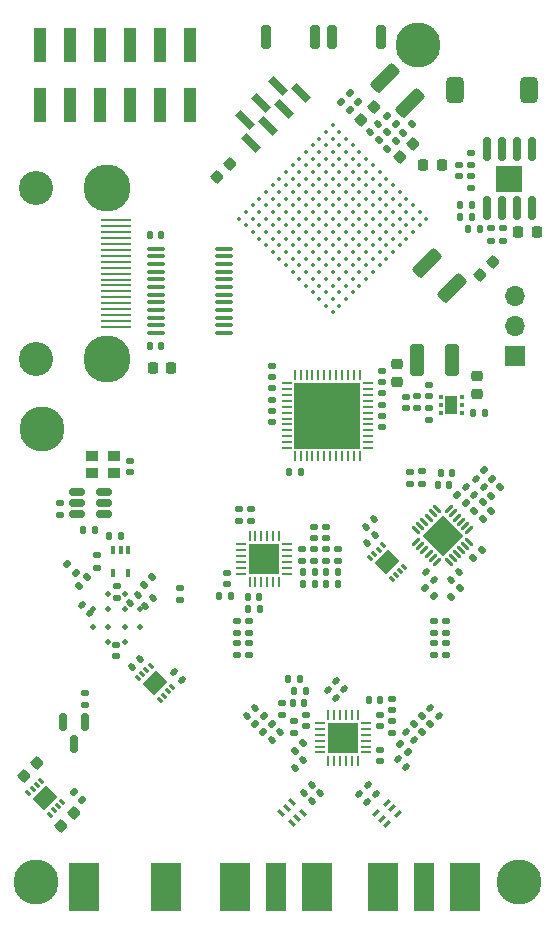
<source format=gbr>
%TF.GenerationSoftware,KiCad,Pcbnew,(6.0.4)*%
%TF.CreationDate,2023-05-16T14:10:18+09:00*%
%TF.ProjectId,RFB,5246422e-6b69-4636-9164-5f7063625858,rev?*%
%TF.SameCoordinates,Original*%
%TF.FileFunction,Soldermask,Top*%
%TF.FilePolarity,Negative*%
%FSLAX46Y46*%
G04 Gerber Fmt 4.6, Leading zero omitted, Abs format (unit mm)*
G04 Created by KiCad (PCBNEW (6.0.4)) date 2023-05-16 14:10:18*
%MOMM*%
%LPD*%
G01*
G04 APERTURE LIST*
G04 Aperture macros list*
%AMRoundRect*
0 Rectangle with rounded corners*
0 $1 Rounding radius*
0 $2 $3 $4 $5 $6 $7 $8 $9 X,Y pos of 4 corners*
0 Add a 4 corners polygon primitive as box body*
4,1,4,$2,$3,$4,$5,$6,$7,$8,$9,$2,$3,0*
0 Add four circle primitives for the rounded corners*
1,1,$1+$1,$2,$3*
1,1,$1+$1,$4,$5*
1,1,$1+$1,$6,$7*
1,1,$1+$1,$8,$9*
0 Add four rect primitives between the rounded corners*
20,1,$1+$1,$2,$3,$4,$5,0*
20,1,$1+$1,$4,$5,$6,$7,0*
20,1,$1+$1,$6,$7,$8,$9,0*
20,1,$1+$1,$8,$9,$2,$3,0*%
%AMRotRect*
0 Rectangle, with rotation*
0 The origin of the aperture is its center*
0 $1 length*
0 $2 width*
0 $3 Rotation angle, in degrees counterclockwise*
0 Add horizontal line*
21,1,$1,$2,0,0,$3*%
G04 Aperture macros list end*
%ADD10RoundRect,0.093750X-0.093750X-0.106250X0.093750X-0.106250X0.093750X0.106250X-0.093750X0.106250X0*%
%ADD11R,1.000000X1.600000*%
%ADD12RoundRect,0.140000X-0.170000X0.140000X-0.170000X-0.140000X0.170000X-0.140000X0.170000X0.140000X0*%
%ADD13RoundRect,0.135000X-0.135000X-0.185000X0.135000X-0.185000X0.135000X0.185000X-0.135000X0.185000X0*%
%ADD14RoundRect,0.135000X-0.226274X-0.035355X-0.035355X-0.226274X0.226274X0.035355X0.035355X0.226274X0*%
%ADD15R,1.780000X4.190000*%
%ADD16R,2.665000X4.190000*%
%ADD17RoundRect,0.135000X0.185000X-0.135000X0.185000X0.135000X-0.185000X0.135000X-0.185000X-0.135000X0*%
%ADD18R,1.000000X3.000000*%
%ADD19C,0.355600*%
%ADD20C,3.800000*%
%ADD21C,2.600000*%
%ADD22R,1.700000X1.700000*%
%ADD23O,1.700000X1.700000*%
%ADD24RotRect,0.350000X0.700000X45.000000*%
%ADD25R,1.050000X0.950000*%
%ADD26RoundRect,0.135000X0.135000X0.185000X-0.135000X0.185000X-0.135000X-0.185000X0.135000X-0.185000X0*%
%ADD27RoundRect,0.140000X0.021213X-0.219203X0.219203X-0.021213X-0.021213X0.219203X-0.219203X0.021213X0*%
%ADD28RoundRect,0.140000X-0.021213X0.219203X-0.219203X0.021213X0.021213X-0.219203X0.219203X-0.021213X0*%
%ADD29RoundRect,0.135000X0.226274X0.035355X0.035355X0.226274X-0.226274X-0.035355X-0.035355X-0.226274X0*%
%ADD30RoundRect,0.140000X0.140000X0.170000X-0.140000X0.170000X-0.140000X-0.170000X0.140000X-0.170000X0*%
%ADD31RoundRect,0.100000X0.637500X0.100000X-0.637500X0.100000X-0.637500X-0.100000X0.637500X-0.100000X0*%
%ADD32RoundRect,0.087500X0.185616X-0.061872X-0.061872X0.185616X-0.185616X0.061872X0.061872X-0.185616X0*%
%ADD33RotRect,1.400000X1.600000X135.000000*%
%ADD34RoundRect,0.135000X-0.035355X0.226274X-0.226274X0.035355X0.035355X-0.226274X0.226274X-0.035355X0*%
%ADD35RoundRect,0.225000X0.017678X-0.335876X0.335876X-0.017678X-0.017678X0.335876X-0.335876X0.017678X0*%
%ADD36RoundRect,0.150000X-0.512500X-0.150000X0.512500X-0.150000X0.512500X0.150000X-0.512500X0.150000X0*%
%ADD37RoundRect,0.140000X0.170000X-0.140000X0.170000X0.140000X-0.170000X0.140000X-0.170000X-0.140000X0*%
%ADD38RoundRect,0.087500X-0.185616X0.061872X0.061872X-0.185616X0.185616X-0.061872X-0.061872X0.185616X0*%
%ADD39RotRect,1.400000X1.600000X315.000000*%
%ADD40RoundRect,0.200000X-0.200000X-0.800000X0.200000X-0.800000X0.200000X0.800000X-0.200000X0.800000X0*%
%ADD41RoundRect,0.140000X-0.140000X-0.170000X0.140000X-0.170000X0.140000X0.170000X-0.140000X0.170000X0*%
%ADD42RoundRect,0.062500X0.062500X-0.375000X0.062500X0.375000X-0.062500X0.375000X-0.062500X-0.375000X0*%
%ADD43RoundRect,0.062500X0.375000X-0.062500X0.375000X0.062500X-0.375000X0.062500X-0.375000X-0.062500X0*%
%ADD44R,2.500000X2.500000*%
%ADD45RoundRect,0.147500X0.017678X-0.226274X0.226274X-0.017678X-0.017678X0.226274X-0.226274X0.017678X0*%
%ADD46RoundRect,0.140000X-0.219203X-0.021213X-0.021213X-0.219203X0.219203X0.021213X0.021213X0.219203X0*%
%ADD47RoundRect,0.062500X0.309359X-0.220971X-0.220971X0.309359X-0.309359X0.220971X0.220971X-0.309359X0*%
%ADD48RoundRect,0.062500X0.309359X0.220971X0.220971X0.309359X-0.309359X-0.220971X-0.220971X-0.309359X0*%
%ADD49RotRect,2.500000X2.500000X135.000000*%
%ADD50RoundRect,0.147500X0.226274X0.017678X0.017678X0.226274X-0.226274X-0.017678X-0.017678X-0.226274X0*%
%ADD51R,2.600000X0.280000*%
%ADD52C,2.880000*%
%ADD53C,3.990000*%
%ADD54RoundRect,0.225000X0.225000X0.250000X-0.225000X0.250000X-0.225000X-0.250000X0.225000X-0.250000X0*%
%ADD55RoundRect,0.135000X0.035355X-0.226274X0.226274X-0.035355X-0.035355X0.226274X-0.226274X0.035355X0*%
%ADD56RoundRect,0.135000X-0.185000X0.135000X-0.185000X-0.135000X0.185000X-0.135000X0.185000X0.135000X0*%
%ADD57RoundRect,0.250000X-0.325000X-1.100000X0.325000X-1.100000X0.325000X1.100000X-0.325000X1.100000X0*%
%ADD58RoundRect,0.140000X0.219203X0.021213X0.021213X0.219203X-0.219203X-0.021213X-0.021213X-0.219203X0*%
%ADD59RotRect,0.350000X0.700000X135.000000*%
%ADD60RoundRect,0.250000X-1.007627X-0.548008X-0.548008X-1.007627X1.007627X0.548008X0.548008X1.007627X0*%
%ADD61RoundRect,0.225000X0.250000X-0.225000X0.250000X0.225000X-0.250000X0.225000X-0.250000X-0.225000X0*%
%ADD62RoundRect,0.062500X0.375000X0.062500X-0.375000X0.062500X-0.375000X-0.062500X0.375000X-0.062500X0*%
%ADD63RoundRect,0.062500X0.062500X0.375000X-0.062500X0.375000X-0.062500X-0.375000X0.062500X-0.375000X0*%
%ADD64RoundRect,0.375000X-0.375000X-0.725000X0.375000X-0.725000X0.375000X0.725000X-0.375000X0.725000X0*%
%ADD65RotRect,1.750000X0.600000X135.000000*%
%ADD66RoundRect,0.200000X0.200000X0.800000X-0.200000X0.800000X-0.200000X-0.800000X0.200000X-0.800000X0*%
%ADD67RoundRect,0.150000X-0.150000X0.587500X-0.150000X-0.587500X0.150000X-0.587500X0.150000X0.587500X0*%
%ADD68RoundRect,0.225000X-0.225000X-0.250000X0.225000X-0.250000X0.225000X0.250000X-0.225000X0.250000X0*%
%ADD69R,0.400000X0.650000*%
%ADD70RoundRect,0.062500X-0.375000X-0.062500X0.375000X-0.062500X0.375000X0.062500X-0.375000X0.062500X0*%
%ADD71RoundRect,0.062500X-0.062500X-0.375000X0.062500X-0.375000X0.062500X0.375000X-0.062500X0.375000X0*%
%ADD72R,5.600000X5.600000*%
%ADD73RoundRect,0.225000X-0.017678X0.335876X-0.335876X0.017678X0.017678X-0.335876X0.335876X-0.017678X0*%
%ADD74RoundRect,0.150000X-0.150000X0.825000X-0.150000X-0.825000X0.150000X-0.825000X0.150000X0.825000X0*%
%ADD75R,2.300000X2.300000*%
%ADD76C,0.500000*%
G04 APERTURE END LIST*
D10*
%TO.C,IC9*%
X70208600Y-62534800D03*
X70208600Y-63184800D03*
X70208600Y-63834800D03*
X71983600Y-63834800D03*
X71983600Y-63184800D03*
X71983600Y-62534800D03*
D11*
X71096100Y-63184800D03*
%TD*%
D12*
%TO.C,C12*%
X69215000Y-62456000D03*
X69215000Y-61496000D03*
%TD*%
D13*
%TO.C,R57*%
X58394600Y-68884800D03*
X57374600Y-68884800D03*
%TD*%
D14*
%TO.C,R62*%
X38547152Y-76647152D03*
X39268400Y-77368400D03*
%TD*%
D15*
%TO.C,J1*%
X68757800Y-103962200D03*
D16*
X65265300Y-103962200D03*
X72250300Y-103962200D03*
%TD*%
D17*
%TO.C,R55*%
X48133000Y-79656400D03*
X48133000Y-78636400D03*
%TD*%
D18*
%TO.C,J7*%
X48996600Y-37775200D03*
X48996600Y-32735200D03*
X46456600Y-37775200D03*
X46456600Y-32735200D03*
X43916600Y-37775200D03*
X43916600Y-32735200D03*
X41376600Y-37775200D03*
X41376600Y-32735200D03*
X38836600Y-37775200D03*
X38836600Y-32735200D03*
X36296600Y-37775200D03*
X36296600Y-32735200D03*
%TD*%
D19*
%TO.C,U11*%
X61044611Y-39484310D03*
X61610296Y-40049996D03*
X62175981Y-40615681D03*
X62741667Y-41181366D03*
X63307352Y-41747051D03*
X63873037Y-42312737D03*
X64438723Y-42878422D03*
X65004408Y-43444108D03*
X65570094Y-44009793D03*
X66135779Y-44575479D03*
X66701465Y-45141164D03*
X67267150Y-45706849D03*
X67832835Y-46272535D03*
X68398520Y-46838220D03*
X68964206Y-47403905D03*
X60478926Y-40049996D03*
X61044611Y-40615681D03*
X61610296Y-41181366D03*
X62175981Y-41747051D03*
X62741667Y-42312737D03*
X63307352Y-42878422D03*
X63873037Y-43444108D03*
X64438723Y-44009793D03*
X65004408Y-44575479D03*
X65570094Y-45141164D03*
X66135779Y-45706849D03*
X66701465Y-46272535D03*
X67267150Y-46838220D03*
X67832835Y-47403905D03*
X68398520Y-47969590D03*
X59913241Y-40615681D03*
X60478926Y-41181366D03*
X61044611Y-41747051D03*
X61610296Y-42312736D03*
X62175982Y-42878422D03*
X62741667Y-43444107D03*
X63307353Y-44009792D03*
X63873038Y-44575478D03*
X64438724Y-45141163D03*
X65004409Y-45706849D03*
X65570094Y-46272534D03*
X66135780Y-46838220D03*
X66701465Y-47403905D03*
X67267150Y-47969590D03*
X67832835Y-48535275D03*
X59347555Y-41181366D03*
X59913241Y-41747051D03*
X60478926Y-42312736D03*
X61044611Y-42878422D03*
X61610296Y-43444107D03*
X62175982Y-44009792D03*
X62741667Y-44575478D03*
X63307353Y-45141163D03*
X63873038Y-45706849D03*
X64438724Y-46272534D03*
X65004409Y-46838220D03*
X65570094Y-47403905D03*
X66135780Y-47969590D03*
X66701465Y-48535275D03*
X67267150Y-49100961D03*
X58781870Y-41747051D03*
X59347555Y-42312737D03*
X59913240Y-42878422D03*
X60478926Y-43444107D03*
X61044611Y-44009792D03*
X61610296Y-44575478D03*
X62175982Y-45141163D03*
X62741667Y-45706849D03*
X63307353Y-46272534D03*
X63873038Y-46838220D03*
X64438724Y-47403905D03*
X65004409Y-47969590D03*
X65570094Y-48535276D03*
X66135779Y-49100961D03*
X66701465Y-49666646D03*
X58216185Y-42312737D03*
X58781870Y-42878422D03*
X59347555Y-43444107D03*
X59913240Y-44009792D03*
X60478926Y-44575478D03*
X61044611Y-45141163D03*
X61610296Y-45706849D03*
X62175982Y-46272534D03*
X62741667Y-46838220D03*
X63307353Y-47403905D03*
X63873038Y-47969590D03*
X64438724Y-48535276D03*
X65004409Y-49100961D03*
X65570094Y-49666646D03*
X66135779Y-50232331D03*
X57650499Y-42878422D03*
X58216185Y-43444108D03*
X58781869Y-44009792D03*
X59347555Y-44575478D03*
X59913240Y-45141163D03*
X60478926Y-45706849D03*
X61044611Y-46272534D03*
X61610296Y-46838220D03*
X62175982Y-47403905D03*
X62741667Y-47969590D03*
X63307353Y-48535276D03*
X63873038Y-49100961D03*
X64438724Y-49666647D03*
X65004408Y-50232331D03*
X65570094Y-50798017D03*
X57084814Y-43444108D03*
X57650499Y-44009793D03*
X58216184Y-44575478D03*
X58781869Y-45141163D03*
X59347555Y-45706849D03*
X59913240Y-46272534D03*
X60478926Y-46838220D03*
X61044611Y-47403905D03*
X61610296Y-47969590D03*
X62175982Y-48535276D03*
X62741667Y-49100961D03*
X63307353Y-49666647D03*
X63873038Y-50232332D03*
X64438723Y-50798017D03*
X65004408Y-51363702D03*
X56519128Y-44009793D03*
X57084814Y-44575479D03*
X57650498Y-45141163D03*
X58216184Y-45706849D03*
X58781869Y-46272534D03*
X59347555Y-46838220D03*
X59913240Y-47403905D03*
X60478926Y-47969590D03*
X61044611Y-48535276D03*
X61610296Y-49100961D03*
X62175982Y-49666647D03*
X62741667Y-50232332D03*
X63307353Y-50798018D03*
X63873037Y-51363702D03*
X64438723Y-51929388D03*
X55953443Y-44575479D03*
X56519128Y-45141164D03*
X57084813Y-45706849D03*
X57650498Y-46272534D03*
X58216184Y-46838220D03*
X58781869Y-47403905D03*
X59347555Y-47969590D03*
X59913240Y-48535276D03*
X60478926Y-49100961D03*
X61044611Y-49666647D03*
X61610296Y-50232332D03*
X62175982Y-50798018D03*
X62741667Y-51363703D03*
X63307352Y-51929388D03*
X63873037Y-52495073D03*
X55387757Y-45141164D03*
X55953443Y-45706849D03*
X56519128Y-46272534D03*
X57084813Y-46838220D03*
X57650498Y-47403905D03*
X58216184Y-47969590D03*
X58781869Y-48535276D03*
X59347555Y-49100961D03*
X59913240Y-49666647D03*
X60478926Y-50232332D03*
X61044611Y-50798018D03*
X61610296Y-51363703D03*
X62175982Y-51929388D03*
X62741667Y-52495073D03*
X63307352Y-53060759D03*
X54822072Y-45706849D03*
X55387757Y-46272535D03*
X55953442Y-46838220D03*
X56519128Y-47403905D03*
X57084813Y-47969590D03*
X57650498Y-48535276D03*
X58216184Y-49100961D03*
X58781869Y-49666647D03*
X59347555Y-50232332D03*
X59913240Y-50798018D03*
X60478926Y-51363703D03*
X61044611Y-51929388D03*
X61610296Y-52495074D03*
X62175981Y-53060759D03*
X62741667Y-53626444D03*
X54256387Y-46272535D03*
X54822072Y-46838220D03*
X55387757Y-47403905D03*
X55953442Y-47969590D03*
X56519128Y-48535276D03*
X57084813Y-49100961D03*
X57650498Y-49666647D03*
X58216184Y-50232332D03*
X58781869Y-50798018D03*
X59347555Y-51363703D03*
X59913240Y-51929388D03*
X60478926Y-52495074D03*
X61044611Y-53060759D03*
X61610296Y-53626444D03*
X62175981Y-54192129D03*
X53690702Y-46838220D03*
X54256387Y-47403905D03*
X54822072Y-47969590D03*
X55387757Y-48535275D03*
X55953443Y-49100961D03*
X56519128Y-49666646D03*
X57084814Y-50232331D03*
X57650499Y-50798017D03*
X58216185Y-51363702D03*
X58781870Y-51929388D03*
X59347555Y-52495073D03*
X59913241Y-53060759D03*
X60478926Y-53626444D03*
X61044611Y-54192129D03*
X61610296Y-54757814D03*
X53125016Y-47403905D03*
X53690702Y-47969590D03*
X54256387Y-48535275D03*
X54822072Y-49100961D03*
X55387757Y-49666646D03*
X55953443Y-50232331D03*
X56519128Y-50798017D03*
X57084814Y-51363702D03*
X57650499Y-51929388D03*
X58216185Y-52495073D03*
X58781870Y-53060759D03*
X59347555Y-53626444D03*
X59913241Y-54192129D03*
X60478926Y-54757814D03*
X61044611Y-55323500D03*
%TD*%
D20*
%TO.C,H4*%
X68224400Y-32689800D03*
D21*
X68224400Y-32689800D03*
%TD*%
D17*
%TO.C,R7*%
X75488800Y-49252600D03*
X75488800Y-48232600D03*
%TD*%
D22*
%TO.C,J6*%
X76504800Y-59029600D03*
D23*
X76504800Y-56489600D03*
X76504800Y-53949600D03*
%TD*%
D24*
%TO.C,FL3*%
X57576961Y-98607639D03*
X58036581Y-98148020D03*
X58496200Y-97688400D03*
X57612317Y-96804517D03*
X57152697Y-97264136D03*
X56693078Y-97723756D03*
%TD*%
D25*
%TO.C,U1*%
X42504800Y-67524800D03*
X40654800Y-67524800D03*
X40654800Y-68974800D03*
X42504800Y-68974800D03*
%TD*%
D26*
%TO.C,R9*%
X43129200Y-74269600D03*
X42109200Y-74269600D03*
%TD*%
D27*
%TO.C,C74*%
X57868178Y-93896822D03*
X58547000Y-93218000D03*
%TD*%
D28*
%TO.C,C31*%
X44577000Y-79298800D03*
X43898178Y-79977622D03*
%TD*%
D17*
%TO.C,R31*%
X69592000Y-82448400D03*
X69592000Y-81428400D03*
%TD*%
D13*
%TO.C,R21*%
X58511800Y-78329600D03*
X59531800Y-78329600D03*
%TD*%
D21*
%TO.C,H1*%
X76784200Y-103555800D03*
D20*
X76784200Y-103555800D03*
%TD*%
D29*
%TO.C,R2*%
X62463624Y-38232024D03*
X61742376Y-37510776D03*
%TD*%
D12*
%TO.C,C55*%
X60497000Y-73503600D03*
X60497000Y-74463600D03*
%TD*%
D29*
%TO.C,R46*%
X39827200Y-96647000D03*
X39105952Y-95925752D03*
%TD*%
D30*
%TO.C,C65*%
X65049400Y-88188800D03*
X64089400Y-88188800D03*
%TD*%
D12*
%TO.C,C53*%
X52095400Y-77399000D03*
X52095400Y-78359000D03*
%TD*%
D27*
%TO.C,C153*%
X64227389Y-40065011D03*
X64906211Y-39386189D03*
%TD*%
D31*
%TO.C,IC7*%
X51833800Y-57091200D03*
X51833800Y-56441200D03*
X51833800Y-55791200D03*
X51833800Y-55141200D03*
X51833800Y-54491200D03*
X51833800Y-53841200D03*
X51833800Y-53191200D03*
X51833800Y-52541200D03*
X51833800Y-51891200D03*
X51833800Y-51241200D03*
X51833800Y-50591200D03*
X51833800Y-49941200D03*
X46108800Y-49941200D03*
X46108800Y-50591200D03*
X46108800Y-51241200D03*
X46108800Y-51891200D03*
X46108800Y-52541200D03*
X46108800Y-53191200D03*
X46108800Y-53841200D03*
X46108800Y-54491200D03*
X46108800Y-55141200D03*
X46108800Y-55791200D03*
X46108800Y-56441200D03*
X46108800Y-57091200D03*
%TD*%
D32*
%TO.C,U10*%
X37093025Y-97862200D03*
X37446578Y-97508647D03*
X37800132Y-97155093D03*
X38153685Y-96801540D03*
X36332885Y-94980740D03*
X35979332Y-95334293D03*
X35625778Y-95687847D03*
X35272225Y-96041400D03*
D33*
X36712955Y-96421470D03*
%TD*%
D34*
%TO.C,R6*%
X45745400Y-77698600D03*
X45024152Y-78419848D03*
%TD*%
D35*
%TO.C,C89*%
X38024072Y-98810218D03*
X39120088Y-97714202D03*
%TD*%
D12*
%TO.C,C35*%
X55902900Y-59857800D03*
X55902900Y-60817800D03*
%TD*%
%TO.C,C36*%
X55902900Y-61762800D03*
X55902900Y-62722800D03*
%TD*%
D36*
%TO.C,IC1*%
X39393700Y-70540998D03*
X39393700Y-71490998D03*
X39393700Y-72440998D03*
X41668700Y-72440998D03*
X41668700Y-71490998D03*
X41668700Y-70540998D03*
%TD*%
D28*
%TO.C,C61*%
X59272701Y-95348055D03*
X58593879Y-96026877D03*
%TD*%
D12*
%TO.C,C72*%
X56718200Y-88422600D03*
X56718200Y-89382600D03*
%TD*%
D30*
%TO.C,C101*%
X73479600Y-48260000D03*
X72519600Y-48260000D03*
%TD*%
D17*
%TO.C,R71*%
X69215000Y-64414400D03*
X69215000Y-63394400D03*
%TD*%
D37*
%TO.C,C79*%
X69592000Y-84322800D03*
X69592000Y-83362800D03*
%TD*%
D17*
%TO.C,R13*%
X53924200Y-82452400D03*
X53924200Y-81432400D03*
%TD*%
D12*
%TO.C,C15*%
X42697400Y-83489800D03*
X42697400Y-84449800D03*
%TD*%
D35*
%TO.C,C151*%
X63434592Y-39029008D03*
X64530608Y-37932992D03*
%TD*%
D38*
%TO.C,U22*%
X45619330Y-85249470D03*
X45265777Y-85603023D03*
X44912223Y-85956577D03*
X44558670Y-86310130D03*
X46379470Y-88130930D03*
X46733023Y-87777377D03*
X47086577Y-87423823D03*
X47440130Y-87070270D03*
D39*
X45999400Y-86690200D03*
%TD*%
D17*
%TO.C,R17*%
X58465000Y-76348400D03*
X58465000Y-75328400D03*
%TD*%
D40*
%TO.C,SW2*%
X55380200Y-32029400D03*
X59580200Y-32029400D03*
%TD*%
D13*
%TO.C,R15*%
X53873400Y-80467200D03*
X54893400Y-80467200D03*
%TD*%
D26*
%TO.C,R25*%
X58295000Y-86410800D03*
X57275000Y-86410800D03*
%TD*%
D41*
%TO.C,C82*%
X69926200Y-69926200D03*
X70886200Y-69926200D03*
%TD*%
D42*
%TO.C,U7*%
X53999000Y-78133500D03*
X54499000Y-78133500D03*
X54999000Y-78133500D03*
X55499000Y-78133500D03*
X55999000Y-78133500D03*
X56499000Y-78133500D03*
D43*
X57186500Y-77446000D03*
X57186500Y-76946000D03*
X57186500Y-76446000D03*
X57186500Y-75946000D03*
X57186500Y-75446000D03*
X57186500Y-74946000D03*
D42*
X56499000Y-74258500D03*
X55999000Y-74258500D03*
X55499000Y-74258500D03*
X54999000Y-74258500D03*
X54499000Y-74258500D03*
X53999000Y-74258500D03*
D43*
X53311500Y-74946000D03*
X53311500Y-75446000D03*
X53311500Y-75946000D03*
X53311500Y-76446000D03*
X53311500Y-76946000D03*
X53311500Y-77446000D03*
D44*
X55249000Y-76196000D03*
%TD*%
D37*
%TO.C,C44*%
X65250100Y-65059500D03*
X65250100Y-64099500D03*
%TD*%
D28*
%TO.C,C143*%
X44697022Y-84690578D03*
X44018200Y-85369400D03*
%TD*%
D37*
%TO.C,C51*%
X52908200Y-84322800D03*
X52908200Y-83362800D03*
%TD*%
D12*
%TO.C,C57*%
X59481000Y-75383200D03*
X59481000Y-76343200D03*
%TD*%
D13*
%TO.C,R20*%
X60442200Y-77313600D03*
X61462200Y-77313600D03*
%TD*%
D45*
%TO.C,L7*%
X67912764Y-90162638D03*
X68598658Y-89476744D03*
%TD*%
D12*
%TO.C,C45*%
X65250100Y-60289500D03*
X65250100Y-61249500D03*
%TD*%
D38*
%TO.C,U20*%
X65278930Y-75064070D03*
X64925377Y-75417623D03*
X64571823Y-75771177D03*
X64218270Y-76124730D03*
X66039070Y-77945530D03*
X66392623Y-77591977D03*
X66746177Y-77238423D03*
X67099730Y-76884870D03*
D39*
X65659000Y-76504800D03*
%TD*%
D46*
%TO.C,C86*%
X73134992Y-69466432D03*
X73813814Y-70145254D03*
%TD*%
D37*
%TO.C,C87*%
X43840400Y-68854200D03*
X43840400Y-67894200D03*
%TD*%
D17*
%TO.C,R70*%
X68199000Y-63453200D03*
X68199000Y-62433200D03*
%TD*%
D26*
%TO.C,R65*%
X72798400Y-47244000D03*
X71778400Y-47244000D03*
%TD*%
D46*
%TO.C,C81*%
X68926389Y-77282989D03*
X69605211Y-77961811D03*
%TD*%
D41*
%TO.C,C95*%
X45544800Y-58216800D03*
X46504800Y-58216800D03*
%TD*%
D30*
%TO.C,C100*%
X46507400Y-48793400D03*
X45547400Y-48793400D03*
%TD*%
D47*
%TO.C,U9*%
X70844136Y-76503220D03*
X71197689Y-76149666D03*
X71551243Y-75796113D03*
X71904796Y-75442560D03*
X72258349Y-75089006D03*
X72611903Y-74735453D03*
D48*
X72611903Y-73763181D03*
X72258349Y-73409628D03*
X71904796Y-73056074D03*
X71551243Y-72702521D03*
X71197689Y-72348968D03*
X70844136Y-71995414D03*
D47*
X69871864Y-71995414D03*
X69518311Y-72348968D03*
X69164757Y-72702521D03*
X68811204Y-73056074D03*
X68457651Y-73409628D03*
X68104097Y-73763181D03*
D48*
X68104097Y-74735453D03*
X68457651Y-75089006D03*
X68811204Y-75442560D03*
X69164757Y-75796113D03*
X69518311Y-76149666D03*
X69871864Y-76503220D03*
D49*
X70358000Y-74249317D03*
%TD*%
D28*
%TO.C,C47*%
X56565800Y-90881200D03*
X55886978Y-91560022D03*
%TD*%
D46*
%TO.C,C85*%
X72313800Y-70078600D03*
X72992622Y-70757422D03*
%TD*%
D13*
%TO.C,R16*%
X51407600Y-79349600D03*
X52427600Y-79349600D03*
%TD*%
D37*
%TO.C,C1*%
X37947600Y-72463600D03*
X37947600Y-71503600D03*
%TD*%
D50*
%TO.C,L4*%
X55883301Y-90162781D03*
X55197407Y-89476887D03*
%TD*%
D41*
%TO.C,C52*%
X53873400Y-79451200D03*
X54833400Y-79451200D03*
%TD*%
D51*
%TO.C,J4*%
X42672000Y-56554000D03*
X42672000Y-56054000D03*
X42672000Y-55554000D03*
X42672000Y-55054000D03*
X42672000Y-54554000D03*
X42672000Y-54054000D03*
X42672000Y-53554000D03*
X42672000Y-53054000D03*
X42672000Y-52554000D03*
X42672000Y-52054000D03*
X42672000Y-51554000D03*
X42672000Y-51054000D03*
X42672000Y-50554000D03*
X42672000Y-50054000D03*
X42672000Y-49554000D03*
X42672000Y-49054000D03*
X42672000Y-48554000D03*
X42672000Y-48054000D03*
X42672000Y-47554000D03*
D52*
X35952000Y-44804000D03*
D53*
X41912000Y-44804000D03*
D52*
X35952000Y-59304000D03*
D53*
X41912000Y-59304000D03*
%TD*%
D12*
%TO.C,C58*%
X60497000Y-75388400D03*
X60497000Y-76348400D03*
%TD*%
D54*
%TO.C,C109*%
X70269400Y-42875200D03*
X68719400Y-42875200D03*
%TD*%
D55*
%TO.C,R39*%
X72948800Y-76149200D03*
X73670048Y-75427952D03*
%TD*%
D37*
%TO.C,C16*%
X42773600Y-79496800D03*
X42773600Y-78536800D03*
%TD*%
D56*
%TO.C,R42*%
X54160200Y-72001000D03*
X54160200Y-73021000D03*
%TD*%
D28*
%TO.C,C123*%
X64550611Y-72837989D03*
X63871789Y-73516811D03*
%TD*%
D57*
%TO.C,C91*%
X71123600Y-59385200D03*
X68173600Y-59385200D03*
%TD*%
D58*
%TO.C,C77*%
X69997456Y-89478017D03*
X69318634Y-88799195D03*
%TD*%
%TO.C,C129*%
X48294668Y-86435076D03*
X47615846Y-85756254D03*
%TD*%
D41*
%TO.C,C83*%
X70182800Y-68935600D03*
X71142800Y-68935600D03*
%TD*%
D12*
%TO.C,C66*%
X58748800Y-89417200D03*
X58748800Y-90377200D03*
%TD*%
D58*
%TO.C,C71*%
X67252222Y-93820622D03*
X66573400Y-93141800D03*
%TD*%
D59*
%TO.C,FL2*%
X66545303Y-97782278D03*
X66085684Y-97322658D03*
X65626064Y-96863039D03*
X64742181Y-97746922D03*
X65201800Y-98206542D03*
X65661420Y-98666161D03*
%TD*%
D60*
%TO.C,C147*%
X65505017Y-35533017D03*
X67590983Y-37618983D03*
%TD*%
D46*
%TO.C,C64*%
X60604157Y-87288599D03*
X61282979Y-87967421D03*
%TD*%
D54*
%TO.C,C33*%
X78295800Y-48539400D03*
X76745800Y-48539400D03*
%TD*%
D17*
%TO.C,R60*%
X74472800Y-49252600D03*
X74472800Y-48232600D03*
%TD*%
D56*
%TO.C,R28*%
X66040000Y-89939400D03*
X66040000Y-90959400D03*
%TD*%
D58*
%TO.C,C63*%
X62001400Y-87249000D03*
X61322578Y-86570178D03*
%TD*%
D17*
%TO.C,R30*%
X70608000Y-82452400D03*
X70608000Y-81432400D03*
%TD*%
D28*
%TO.C,C133*%
X64661422Y-74174978D03*
X63982600Y-74853800D03*
%TD*%
D61*
%TO.C,C120*%
X73228200Y-62280800D03*
X73228200Y-60730800D03*
%TD*%
D60*
%TO.C,C9*%
X69061017Y-51179417D03*
X71146983Y-53265383D03*
%TD*%
D55*
%TO.C,R38*%
X73731176Y-72852224D03*
X74452424Y-72130976D03*
%TD*%
D35*
%TO.C,C148*%
X66761992Y-42204008D03*
X67858008Y-41107992D03*
%TD*%
D58*
%TO.C,C60*%
X64678897Y-96070916D03*
X64000075Y-95392094D03*
%TD*%
D27*
%TO.C,C62*%
X59315978Y-96741622D03*
X59994800Y-96062800D03*
%TD*%
D62*
%TO.C,U8*%
X63835900Y-92592400D03*
X63835900Y-92092400D03*
X63835900Y-91592400D03*
X63835900Y-91092400D03*
X63835900Y-90592400D03*
X63835900Y-90092400D03*
D63*
X63148400Y-89404900D03*
X62648400Y-89404900D03*
X62148400Y-89404900D03*
X61648400Y-89404900D03*
X61148400Y-89404900D03*
X60648400Y-89404900D03*
D62*
X59960900Y-90092400D03*
X59960900Y-90592400D03*
X59960900Y-91092400D03*
X59960900Y-91592400D03*
X59960900Y-92092400D03*
X59960900Y-92592400D03*
D63*
X60648400Y-93279900D03*
X61148400Y-93279900D03*
X61648400Y-93279900D03*
X62148400Y-93279900D03*
X62648400Y-93279900D03*
X63148400Y-93279900D03*
D44*
X61898400Y-91342400D03*
%TD*%
D34*
%TO.C,R8*%
X40264024Y-77744376D03*
X39542776Y-78465624D03*
%TD*%
D56*
%TO.C,R40*%
X68605400Y-68804600D03*
X68605400Y-69824600D03*
%TD*%
D34*
%TO.C,R49*%
X67746824Y-39415776D03*
X67025576Y-40137024D03*
%TD*%
D50*
%TO.C,L5*%
X55164881Y-90881200D03*
X54478987Y-90195306D03*
%TD*%
D13*
%TO.C,R24*%
X57781000Y-87426800D03*
X58801000Y-87426800D03*
%TD*%
D17*
%TO.C,R43*%
X53144200Y-73021000D03*
X53144200Y-72001000D03*
%TD*%
D26*
%TO.C,R22*%
X61464200Y-78329600D03*
X60444200Y-78329600D03*
%TD*%
D17*
%TO.C,R14*%
X52908200Y-82450400D03*
X52908200Y-81430400D03*
%TD*%
D27*
%TO.C,C14*%
X45168178Y-80206222D03*
X45847000Y-79527400D03*
%TD*%
D45*
%TO.C,D2*%
X65671653Y-41490947D03*
X66357547Y-40805053D03*
%TD*%
D17*
%TO.C,R45*%
X40081200Y-88544401D03*
X40081200Y-87524401D03*
%TD*%
D35*
%TO.C,C106*%
X73482200Y-52146200D03*
X74578216Y-51050184D03*
%TD*%
D37*
%TO.C,C78*%
X70608000Y-84322800D03*
X70608000Y-83362800D03*
%TD*%
D29*
%TO.C,R35*%
X74533648Y-69428248D03*
X73812400Y-68707000D03*
%TD*%
D45*
%TO.C,L6*%
X68632881Y-90879362D03*
X69318775Y-90193468D03*
%TD*%
D58*
%TO.C,C18*%
X40462200Y-80822800D03*
X39783378Y-80143978D03*
%TD*%
D64*
%TO.C,L8*%
X71399000Y-36474400D03*
X77699000Y-36474400D03*
%TD*%
D65*
%TO.C,J5*%
X54123398Y-40967039D03*
X53593068Y-39022495D03*
X55537612Y-39552825D03*
X55007282Y-37608282D03*
X56951825Y-38138612D03*
X56421495Y-36194068D03*
X58366039Y-36724398D03*
%TD*%
D66*
%TO.C,SW3*%
X65168200Y-32029400D03*
X60968200Y-32029400D03*
%TD*%
D55*
%TO.C,R37*%
X74472800Y-70866000D03*
X75194048Y-70144752D03*
%TD*%
D13*
%TO.C,R1*%
X39876000Y-73736200D03*
X40896000Y-73736200D03*
%TD*%
D26*
%TO.C,R19*%
X59533800Y-77313600D03*
X58513800Y-77313600D03*
%TD*%
D28*
%TO.C,C49*%
X54480542Y-88799619D03*
X53801720Y-89478441D03*
%TD*%
D14*
%TO.C,R4*%
X65648952Y-38699552D03*
X66370200Y-39420800D03*
%TD*%
D15*
%TO.C,J2*%
X56235600Y-103987600D03*
D16*
X59728100Y-103987600D03*
X52743100Y-103987600D03*
%TD*%
D12*
%TO.C,C130*%
X67208400Y-62461200D03*
X67208400Y-63421200D03*
%TD*%
D67*
%TO.C,Q1*%
X40066000Y-90045300D03*
X38166000Y-90045300D03*
X39116000Y-91920300D03*
%TD*%
D68*
%TO.C,C119*%
X45821600Y-60045600D03*
X47371600Y-60045600D03*
%TD*%
D34*
%TO.C,R36*%
X73736200Y-71424800D03*
X73014952Y-72146048D03*
%TD*%
D69*
%TO.C,U5*%
X43728397Y-75472400D03*
X43078397Y-75472400D03*
X42428397Y-75472400D03*
X42428397Y-77372400D03*
X43728397Y-77372400D03*
%TD*%
D27*
%TO.C,C80*%
X71094600Y-77978000D03*
X71773422Y-77299178D03*
%TD*%
D12*
%TO.C,C37*%
X55902900Y-63665100D03*
X55902900Y-64625100D03*
%TD*%
D30*
%TO.C,C67*%
X58648600Y-88442800D03*
X57688600Y-88442800D03*
%TD*%
D29*
%TO.C,R34*%
X72313800Y-71501000D03*
X71592552Y-70779752D03*
%TD*%
D55*
%TO.C,R32*%
X71094600Y-79400400D03*
X71815848Y-78679152D03*
%TD*%
D61*
%TO.C,C139*%
X66522600Y-61252400D03*
X66522600Y-59702400D03*
%TD*%
D12*
%TO.C,C93*%
X72720200Y-43817600D03*
X72720200Y-44777600D03*
%TD*%
D17*
%TO.C,R41*%
X67589400Y-69828600D03*
X67589400Y-68808600D03*
%TD*%
D70*
%TO.C,IC3*%
X57139000Y-61321500D03*
X57139000Y-61821500D03*
X57139000Y-62321500D03*
X57139000Y-62821500D03*
X57139000Y-63321500D03*
X57139000Y-63821500D03*
X57139000Y-64321500D03*
X57139000Y-64821500D03*
X57139000Y-65321500D03*
X57139000Y-65821500D03*
X57139000Y-66321500D03*
X57139000Y-66821500D03*
D71*
X57826500Y-67509000D03*
X58326500Y-67509000D03*
X58826500Y-67509000D03*
X59326500Y-67509000D03*
X59826500Y-67509000D03*
X60326500Y-67509000D03*
X60826500Y-67509000D03*
X61326500Y-67509000D03*
X61826500Y-67509000D03*
X62326500Y-67509000D03*
X62826500Y-67509000D03*
X63326500Y-67509000D03*
D70*
X64014000Y-66821500D03*
X64014000Y-66321500D03*
X64014000Y-65821500D03*
X64014000Y-65321500D03*
X64014000Y-64821500D03*
X64014000Y-64321500D03*
X64014000Y-63821500D03*
X64014000Y-63321500D03*
X64014000Y-62821500D03*
X64014000Y-62321500D03*
X64014000Y-61821500D03*
X64014000Y-61321500D03*
D71*
X63326500Y-60634000D03*
X62826500Y-60634000D03*
X62326500Y-60634000D03*
X61826500Y-60634000D03*
X61326500Y-60634000D03*
X60826500Y-60634000D03*
X60326500Y-60634000D03*
X59826500Y-60634000D03*
X59326500Y-60634000D03*
X58826500Y-60634000D03*
X58326500Y-60634000D03*
X57826500Y-60634000D03*
D72*
X60576500Y-64071500D03*
%TD*%
D14*
%TO.C,R33*%
X68874752Y-78653752D03*
X69596000Y-79375000D03*
%TD*%
D34*
%TO.C,R27*%
X58547000Y-91770200D03*
X57825752Y-92491448D03*
%TD*%
D20*
%TO.C,H2*%
X36449000Y-65227200D03*
D21*
X36449000Y-65227200D03*
%TD*%
D12*
%TO.C,C46*%
X65250100Y-62191900D03*
X65250100Y-63151900D03*
%TD*%
D56*
%TO.C,R29*%
X57734200Y-89914000D03*
X57734200Y-90934000D03*
%TD*%
D73*
%TO.C,C149*%
X52364008Y-42758992D03*
X51267992Y-43855008D03*
%TD*%
D46*
%TO.C,C59*%
X63285332Y-96114191D03*
X63964154Y-96793013D03*
%TD*%
D12*
%TO.C,C73*%
X66040000Y-88064400D03*
X66040000Y-89024400D03*
%TD*%
D17*
%TO.C,R56*%
X72720200Y-42877200D03*
X72720200Y-41857200D03*
%TD*%
D56*
%TO.C,R10*%
X41122600Y-75916600D03*
X41122600Y-76936600D03*
%TD*%
D58*
%TO.C,C75*%
X67912622Y-91560022D03*
X67233800Y-90881200D03*
%TD*%
D17*
%TO.C,R18*%
X61513000Y-76348400D03*
X61513000Y-75328400D03*
%TD*%
D45*
%TO.C,D3*%
X64960453Y-40779747D03*
X65646347Y-40093853D03*
%TD*%
D74*
%TO.C,U6*%
X77901800Y-41543200D03*
X76631800Y-41543200D03*
X75361800Y-41543200D03*
X74091800Y-41543200D03*
X74091800Y-46493200D03*
X75361800Y-46493200D03*
X76631800Y-46493200D03*
X77901800Y-46493200D03*
D75*
X75996800Y-44018200D03*
%TD*%
D12*
%TO.C,C68*%
X65048000Y-89417200D03*
X65048000Y-90377200D03*
%TD*%
%TO.C,C90*%
X71704200Y-42852400D03*
X71704200Y-43812400D03*
%TD*%
D37*
%TO.C,C50*%
X53924200Y-84328000D03*
X53924200Y-83368000D03*
%TD*%
D20*
%TO.C,H3*%
X35890200Y-103555800D03*
D21*
X35890200Y-103555800D03*
%TD*%
D35*
%TO.C,C88*%
X34884992Y-94553408D03*
X35981008Y-93457392D03*
%TD*%
D14*
%TO.C,R26*%
X66715752Y-91861752D03*
X67437000Y-92583000D03*
%TD*%
D29*
%TO.C,R3*%
X63200224Y-37495424D03*
X62478976Y-36774176D03*
%TD*%
D37*
%TO.C,C70*%
X65049400Y-93314400D03*
X65049400Y-92354400D03*
%TD*%
D12*
%TO.C,C54*%
X59481000Y-73503600D03*
X59481000Y-74463600D03*
%TD*%
D13*
%TO.C,R59*%
X72798400Y-46228000D03*
X71778400Y-46228000D03*
%TD*%
D26*
%TO.C,R53*%
X72923400Y-63830200D03*
X73943400Y-63830200D03*
%TD*%
D76*
%TO.C,U4*%
X43422800Y-83203800D03*
X43452800Y-79203800D03*
X40722800Y-80473800D03*
X41992800Y-83203800D03*
X43452800Y-80473800D03*
X41992800Y-80473800D03*
X44722800Y-81933800D03*
X43452800Y-81933800D03*
X41992800Y-81933800D03*
X44722800Y-80473800D03*
X41992800Y-79203800D03*
X40722800Y-81933800D03*
%TD*%
D16*
%TO.C,J3*%
X39954200Y-103987600D03*
X46939200Y-103987600D03*
%TD*%
M02*

</source>
